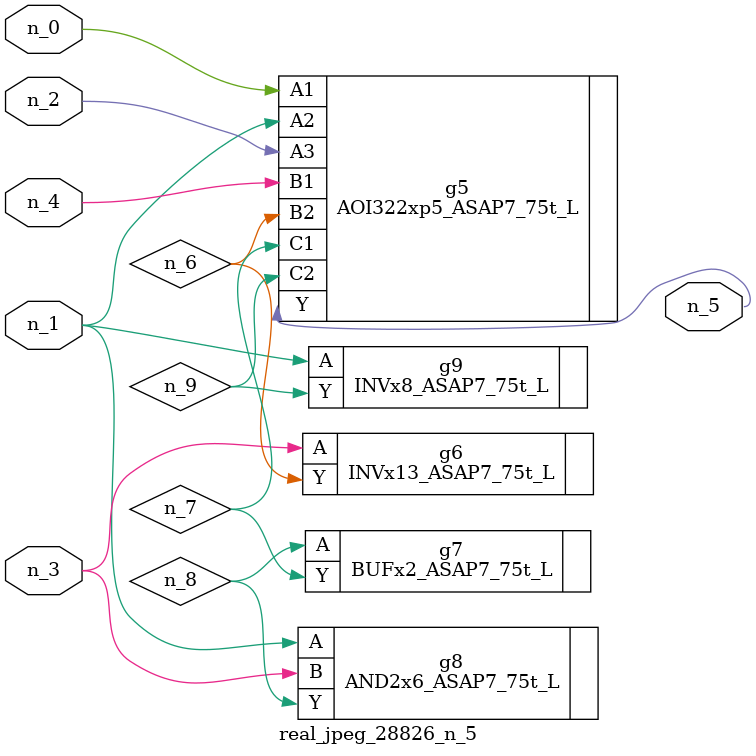
<source format=v>
module real_jpeg_28826_n_5 (n_4, n_0, n_1, n_2, n_3, n_5);

input n_4;
input n_0;
input n_1;
input n_2;
input n_3;

output n_5;

wire n_8;
wire n_6;
wire n_7;
wire n_9;

AOI322xp5_ASAP7_75t_L g5 ( 
.A1(n_0),
.A2(n_1),
.A3(n_2),
.B1(n_4),
.B2(n_6),
.C1(n_7),
.C2(n_9),
.Y(n_5)
);

AND2x6_ASAP7_75t_L g8 ( 
.A(n_1),
.B(n_3),
.Y(n_8)
);

INVx8_ASAP7_75t_L g9 ( 
.A(n_1),
.Y(n_9)
);

INVx13_ASAP7_75t_L g6 ( 
.A(n_3),
.Y(n_6)
);

BUFx2_ASAP7_75t_L g7 ( 
.A(n_8),
.Y(n_7)
);


endmodule
</source>
